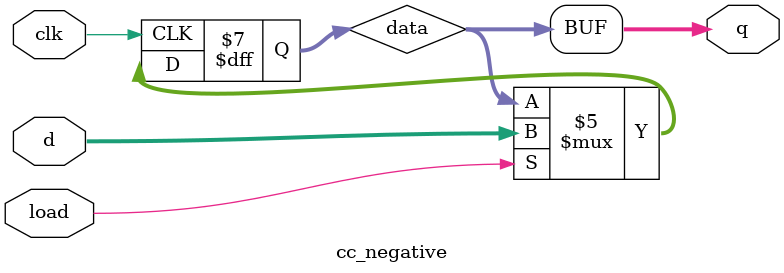
<source format=sv>
module cc_negative
(
    input clk,
    input load,
    input [2:0] d,
    output logic [2:0] q
);

logic [2:0] data;

/* Altera device registers are 0 at power on. Specify this
 * so that Modelsim works as expected.
 */
initial
begin
    data[0] = 1'b0;
	 data[1] = 1'b1;
	 data[2] = 1'b0;
end

always_ff @(negedge clk)
begin
    if (load)
    begin
        data = d;
    end
end

always_comb
begin
    q = data;
end

endmodule : cc_negative

</source>
